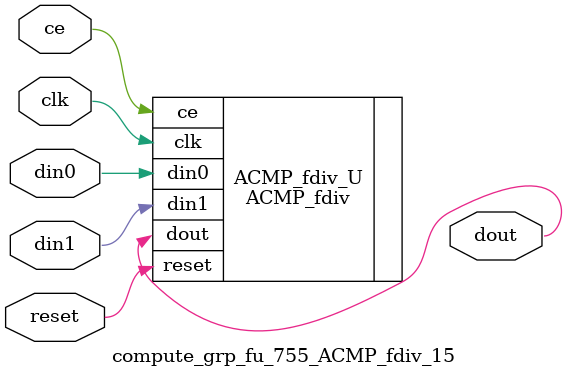
<source format=v>

`timescale 1 ns / 1 ps
module compute_grp_fu_755_ACMP_fdiv_15(
    clk,
    reset,
    ce,
    din0,
    din1,
    dout);

parameter ID = 32'd1;
parameter NUM_STAGE = 32'd1;
parameter din0_WIDTH = 32'd1;
parameter din1_WIDTH = 32'd1;
parameter dout_WIDTH = 32'd1;
input clk;
input reset;
input ce;
input[din0_WIDTH - 1:0] din0;
input[din1_WIDTH - 1:0] din1;
output[dout_WIDTH - 1:0] dout;



ACMP_fdiv #(
.ID( ID ),
.NUM_STAGE( 10 ),
.din0_WIDTH( din0_WIDTH ),
.din1_WIDTH( din1_WIDTH ),
.dout_WIDTH( dout_WIDTH ))
ACMP_fdiv_U(
    .clk( clk ),
    .reset( reset ),
    .ce( ce ),
    .din0( din0 ),
    .din1( din1 ),
    .dout( dout ));

endmodule

</source>
